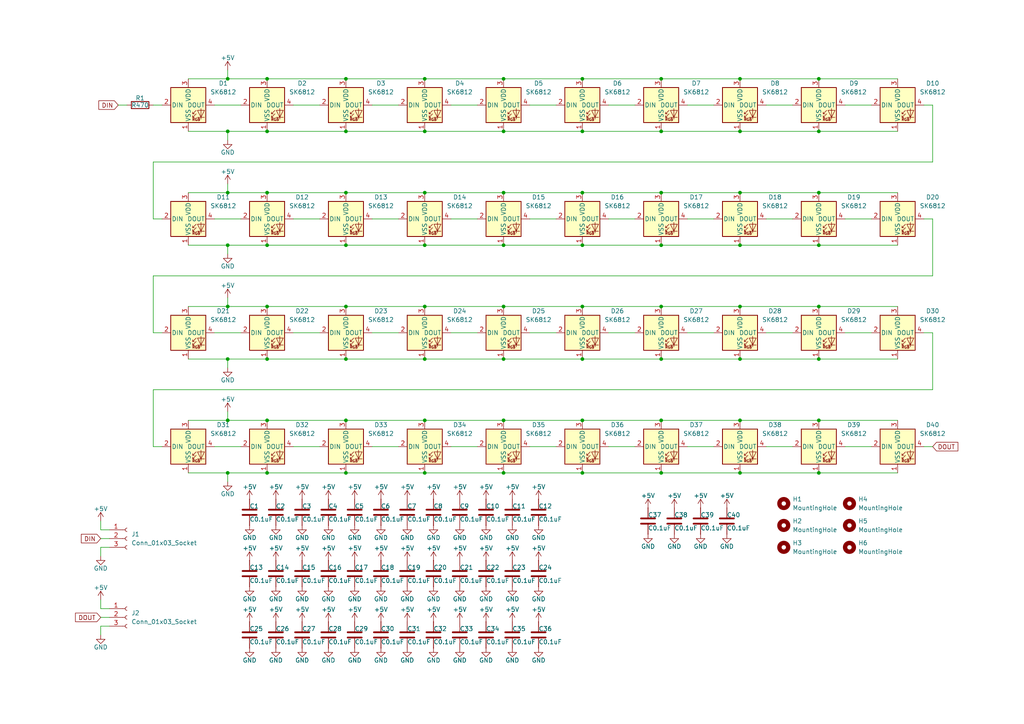
<source format=kicad_sch>
(kicad_sch (version 20250114) (generator "eeschema") (generator_version "9.0")
  (paper "A4")
  (junction (at 237.49 104.14))
  (junction (at 214.63 55.88))
  (junction (at 66.04 88.9))
  (junction (at 168.91 55.88))
  (junction (at 168.91 38.1))
  (junction (at 237.49 38.1))
  (junction (at 123.19 88.9))
  (junction (at 168.91 137.16))
  (junction (at 66.04 71.12))
  (junction (at 100.33 22.86))
  (junction (at 191.77 55.88))
  (junction (at 168.91 71.12))
  (junction (at 146.05 22.86))
  (junction (at 77.47 137.16))
  (junction (at 66.04 22.86))
  (junction (at 191.77 38.1))
  (junction (at 77.47 55.88))
  (junction (at 214.63 38.1))
  (junction (at 123.19 38.1))
  (junction (at 77.47 71.12))
  (junction (at 66.04 137.16))
  (junction (at 77.47 104.14))
  (junction (at 146.05 104.14))
  (junction (at 77.47 88.9))
  (junction (at 237.49 121.92))
  (junction (at 146.05 71.12))
  (junction (at 214.63 137.16))
  (junction (at 237.49 71.12))
  (junction (at 214.63 22.86))
  (junction (at 191.77 137.16))
  (junction (at 100.33 38.1))
  (junction (at 168.91 22.86))
  (junction (at 123.19 55.88))
  (junction (at 77.47 22.86))
  (junction (at 100.33 71.12))
  (junction (at 77.47 121.92))
  (junction (at 66.04 104.14))
  (junction (at 146.05 137.16))
  (junction (at 214.63 88.9))
  (junction (at 191.77 22.86))
  (junction (at 66.04 121.92))
  (junction (at 100.33 55.88))
  (junction (at 100.33 137.16))
  (junction (at 191.77 121.92))
  (junction (at 146.05 38.1))
  (junction (at 100.33 121.92))
  (junction (at 168.91 88.9))
  (junction (at 214.63 71.12))
  (junction (at 237.49 137.16))
  (junction (at 191.77 71.12))
  (junction (at 146.05 88.9))
  (junction (at 123.19 121.92))
  (junction (at 123.19 22.86))
  (junction (at 66.04 38.1))
  (junction (at 168.91 121.92))
  (junction (at 66.04 55.88))
  (junction (at 214.63 104.14))
  (junction (at 237.49 55.88))
  (junction (at 237.49 88.9))
  (junction (at 123.19 137.16))
  (junction (at 214.63 121.92))
  (junction (at 77.47 38.1))
  (junction (at 123.19 104.14))
  (junction (at 191.77 88.9))
  (junction (at 146.05 121.92))
  (junction (at 123.19 71.12))
  (junction (at 237.49 22.86))
  (junction (at 100.33 88.9))
  (junction (at 191.77 104.14))
  (junction (at 100.33 104.14))
  (junction (at 146.05 55.88))
  (junction (at 168.91 104.14))
  (wire (pts (xy 123.19 22.86) (xy 146.05 22.86)))
  (wire (pts (xy 214.63 55.88) (xy 237.49 55.88)))
  (wire (pts (xy 130.81 96.52) (xy 138.43 96.52)))
  (wire (pts (xy 123.19 137.16) (xy 146.05 137.16)))
  (wire (pts (xy 270.51 63.5) (xy 270.51 80.01)))
  (wire (pts (xy 85.09 63.5) (xy 92.71 63.5)))
  (wire (pts (xy 29.21 181.61) (xy 31.75 181.61)))
  (wire (pts (xy 191.77 104.14) (xy 214.63 104.14)))
  (wire (pts (xy 29.21 179.07) (xy 31.75 179.07)))
  (wire (pts (xy 66.04 22.86) (xy 77.47 22.86)))
  (wire (pts (xy 66.04 119.38) (xy 66.04 121.92)))
  (wire (pts (xy 214.63 71.12) (xy 237.49 71.12)))
  (wire (pts (xy 44.45 113.03) (xy 44.45 129.54)))
  (wire (pts (xy 77.47 104.14) (xy 100.33 104.14)))
  (wire (pts (xy 77.47 22.86) (xy 100.33 22.86)))
  (wire (pts (xy 77.47 55.88) (xy 100.33 55.88)))
  (wire (pts (xy 245.11 129.54) (xy 252.73 129.54)))
  (wire (pts (xy 146.05 22.86) (xy 168.91 22.86)))
  (wire (pts (xy 245.11 30.48) (xy 252.73 30.48)))
  (wire (pts (xy 214.63 88.9) (xy 237.49 88.9)))
  (wire (pts (xy 100.33 38.1) (xy 123.19 38.1)))
  (wire (pts (xy 260.35 121.92) (xy 237.49 121.92)))
  (wire (pts (xy 66.04 20.32) (xy 66.04 22.86)))
  (wire (pts (xy 130.81 30.48) (xy 138.43 30.48)))
  (wire (pts (xy 123.19 121.92) (xy 146.05 121.92)))
  (wire (pts (xy 146.05 104.14) (xy 168.91 104.14)))
  (wire (pts (xy 176.53 30.48) (xy 184.15 30.48)))
  (wire (pts (xy 29.21 173.99) (xy 29.21 176.53)))
  (wire (pts (xy 85.09 30.48) (xy 92.71 30.48)))
  (wire (pts (xy 237.49 88.9) (xy 260.35 88.9)))
  (wire (pts (xy 214.63 22.86) (xy 237.49 22.86)))
  (wire (pts (xy 270.51 30.48) (xy 270.51 46.99)))
  (wire (pts (xy 199.39 96.52) (xy 207.01 96.52)))
  (wire (pts (xy 85.09 129.54) (xy 92.71 129.54)))
  (wire (pts (xy 123.19 88.9) (xy 146.05 88.9)))
  (wire (pts (xy 44.45 46.99) (xy 44.45 63.5)))
  (wire (pts (xy 214.63 104.14) (xy 237.49 104.14)))
  (wire (pts (xy 77.47 38.1) (xy 100.33 38.1)))
  (wire (pts (xy 191.77 137.16) (xy 168.91 137.16)))
  (wire (pts (xy 222.25 129.54) (xy 229.87 129.54)))
  (wire (pts (xy 222.25 96.52) (xy 229.87 96.52)))
  (wire (pts (xy 267.97 96.52) (xy 270.51 96.52)))
  (wire (pts (xy 44.45 129.54) (xy 46.99 129.54)))
  (wire (pts (xy 168.91 22.86) (xy 191.77 22.86)))
  (wire (pts (xy 54.61 55.88) (xy 66.04 55.88)))
  (wire (pts (xy 100.33 88.9) (xy 123.19 88.9)))
  (wire (pts (xy 153.67 30.48) (xy 161.29 30.48)))
  (wire (pts (xy 153.67 96.52) (xy 161.29 96.52)))
  (wire (pts (xy 237.49 121.92) (xy 214.63 121.92)))
  (wire (pts (xy 62.23 30.48) (xy 69.85 30.48)))
  (wire (pts (xy 66.04 38.1) (xy 66.04 40.64)))
  (wire (pts (xy 146.05 71.12) (xy 168.91 71.12)))
  (wire (pts (xy 168.91 104.14) (xy 191.77 104.14)))
  (wire (pts (xy 100.33 121.92) (xy 123.19 121.92)))
  (wire (pts (xy 123.19 71.12) (xy 146.05 71.12)))
  (wire (pts (xy 168.91 137.16) (xy 146.05 137.16)))
  (wire (pts (xy 176.53 129.54) (xy 184.15 129.54)))
  (wire (pts (xy 123.19 55.88) (xy 146.05 55.88)))
  (wire (pts (xy 107.95 63.5) (xy 115.57 63.5)))
  (wire (pts (xy 176.53 96.52) (xy 184.15 96.52)))
  (wire (pts (xy 237.49 55.88) (xy 260.35 55.88)))
  (wire (pts (xy 237.49 38.1) (xy 260.35 38.1)))
  (wire (pts (xy 66.04 137.16) (xy 66.04 139.7)))
  (wire (pts (xy 191.77 71.12) (xy 214.63 71.12)))
  (wire (pts (xy 107.95 129.54) (xy 115.57 129.54)))
  (wire (pts (xy 54.61 121.92) (xy 66.04 121.92)))
  (wire (pts (xy 29.21 151.13) (xy 29.21 153.67)))
  (wire (pts (xy 77.47 71.12) (xy 100.33 71.12)))
  (wire (pts (xy 66.04 71.12) (xy 77.47 71.12)))
  (wire (pts (xy 85.09 96.52) (xy 92.71 96.52)))
  (wire (pts (xy 191.77 88.9) (xy 214.63 88.9)))
  (wire (pts (xy 29.21 158.75) (xy 31.75 158.75)))
  (wire (pts (xy 54.61 22.86) (xy 66.04 22.86)))
  (wire (pts (xy 270.51 80.01) (xy 44.45 80.01)))
  (wire (pts (xy 146.05 88.9) (xy 168.91 88.9)))
  (wire (pts (xy 270.51 30.48) (xy 267.97 30.48)))
  (wire (pts (xy 130.81 63.5) (xy 138.43 63.5)))
  (wire (pts (xy 123.19 38.1) (xy 146.05 38.1)))
  (wire (pts (xy 237.49 104.14) (xy 260.35 104.14)))
  (wire (pts (xy 168.91 55.88) (xy 191.77 55.88)))
  (wire (pts (xy 100.33 22.86) (xy 123.19 22.86)))
  (wire (pts (xy 270.51 46.99) (xy 44.45 46.99)))
  (wire (pts (xy 214.63 38.1) (xy 237.49 38.1)))
  (wire (pts (xy 66.04 53.34) (xy 66.04 55.88)))
  (wire (pts (xy 214.63 137.16) (xy 191.77 137.16)))
  (wire (pts (xy 66.04 55.88) (xy 77.47 55.88)))
  (wire (pts (xy 62.23 96.52) (xy 69.85 96.52)))
  (wire (pts (xy 54.61 88.9) (xy 66.04 88.9)))
  (wire (pts (xy 44.45 80.01) (xy 44.45 96.52)))
  (wire (pts (xy 191.77 38.1) (xy 214.63 38.1)))
  (wire (pts (xy 34.29 30.48) (xy 36.83 30.48)))
  (wire (pts (xy 270.51 113.03) (xy 44.45 113.03)))
  (wire (pts (xy 245.11 96.52) (xy 252.73 96.52)))
  (wire (pts (xy 153.67 63.5) (xy 161.29 63.5)))
  (wire (pts (xy 237.49 22.86) (xy 260.35 22.86)))
  (wire (pts (xy 222.25 30.48) (xy 229.87 30.48)))
  (wire (pts (xy 100.33 71.12) (xy 123.19 71.12)))
  (wire (pts (xy 100.33 55.88) (xy 123.19 55.88)))
  (wire (pts (xy 176.53 63.5) (xy 184.15 63.5)))
  (wire (pts (xy 199.39 63.5) (xy 207.01 63.5)))
  (wire (pts (xy 66.04 38.1) (xy 77.47 38.1)))
  (wire (pts (xy 66.04 71.12) (xy 66.04 73.66)))
  (wire (pts (xy 199.39 129.54) (xy 207.01 129.54)))
  (wire (pts (xy 44.45 63.5) (xy 46.99 63.5)))
  (wire (pts (xy 191.77 22.86) (xy 214.63 22.86)))
  (wire (pts (xy 100.33 137.16) (xy 123.19 137.16)))
  (wire (pts (xy 62.23 63.5) (xy 69.85 63.5)))
  (wire (pts (xy 66.04 86.36) (xy 66.04 88.9)))
  (wire (pts (xy 199.39 30.48) (xy 207.01 30.48)))
  (wire (pts (xy 237.49 137.16) (xy 214.63 137.16)))
  (wire (pts (xy 66.04 104.14) (xy 66.04 106.68)))
  (wire (pts (xy 191.77 121.92) (xy 168.91 121.92)))
  (wire (pts (xy 107.95 30.48) (xy 115.57 30.48)))
  (wire (pts (xy 168.91 38.1) (xy 191.77 38.1)))
  (wire (pts (xy 270.51 96.52) (xy 270.51 113.03)))
  (wire (pts (xy 66.04 121.92) (xy 77.47 121.92)))
  (wire (pts (xy 214.63 121.92) (xy 191.77 121.92)))
  (wire (pts (xy 123.19 104.14) (xy 146.05 104.14)))
  (wire (pts (xy 237.49 71.12) (xy 260.35 71.12)))
  (wire (pts (xy 29.21 153.67) (xy 31.75 153.67)))
  (wire (pts (xy 66.04 71.12) (xy 54.61 71.12)))
  (wire (pts (xy 29.21 158.75) (xy 29.21 161.29)))
  (wire (pts (xy 77.47 121.92) (xy 100.33 121.92)))
  (wire (pts (xy 153.67 129.54) (xy 161.29 129.54)))
  (wire (pts (xy 222.25 63.5) (xy 229.87 63.5)))
  (wire (pts (xy 77.47 137.16) (xy 100.33 137.16)))
  (wire (pts (xy 191.77 55.88) (xy 214.63 55.88)))
  (wire (pts (xy 267.97 63.5) (xy 270.51 63.5)))
  (wire (pts (xy 77.47 88.9) (xy 100.33 88.9)))
  (wire (pts (xy 168.91 88.9) (xy 191.77 88.9)))
  (wire (pts (xy 168.91 121.92) (xy 146.05 121.92)))
  (wire (pts (xy 66.04 88.9) (xy 77.47 88.9)))
  (wire (pts (xy 168.91 71.12) (xy 191.77 71.12)))
  (wire (pts (xy 66.04 137.16) (xy 77.47 137.16)))
  (wire (pts (xy 146.05 38.1) (xy 168.91 38.1)))
  (wire (pts (xy 66.04 104.14) (xy 77.47 104.14)))
  (wire (pts (xy 237.49 137.16) (xy 260.35 137.16)))
  (wire (pts (xy 44.45 96.52) (xy 46.99 96.52)))
  (wire (pts (xy 146.05 55.88) (xy 168.91 55.88)))
  (wire (pts (xy 44.45 30.48) (xy 46.99 30.48)))
  (wire (pts (xy 100.33 104.14) (xy 123.19 104.14)))
  (wire (pts (xy 29.21 156.21) (xy 31.75 156.21)))
  (wire (pts (xy 66.04 137.16) (xy 54.61 137.16)))
  (wire (pts (xy 270.51 129.54) (xy 267.97 129.54)))
  (wire (pts (xy 66.04 38.1) (xy 54.61 38.1)))
  (wire (pts (xy 130.81 129.54) (xy 138.43 129.54)))
  (wire (pts (xy 245.11 63.5) (xy 252.73 63.5)))
  (wire (pts (xy 62.23 129.54) (xy 69.85 129.54)))
  (wire (pts (xy 107.95 96.52) (xy 115.57 96.52)))
  (wire (pts (xy 29.21 181.61) (xy 29.21 184.15)))
  (wire (pts (xy 66.04 104.14) (xy 54.61 104.14)))
  (wire (pts (xy 29.21 176.53) (xy 31.75 176.53)))
  (global_label "DIN" (shape input) (at 29.21 156.21 180) (property "Intersheetrefs" "${INTERSHEET_REFS}" (effects (hide yes))))
  (global_label "DOUT" (shape input) (at 270.51 129.54 0) (property "Intersheetrefs" "${INTERSHEET_REFS}" (effects (hide yes))))
  (global_label "DOUT" (shape input) (at 29.21 179.07 180) (property "Intersheetrefs" "${INTERSHEET_REFS}" (effects (hide yes))))
  (global_label "DIN" (shape input) (at 34.29 30.48 180) (property "Intersheetrefs" "${INTERSHEET_REFS}" (effects (hide yes))))
  (symbol (lib_id "power:GND") (at 148.59 187.96 0) (unit 1)
    (property "Reference" "#PWR078" (effects (hide yes)))
    (property "Value" "GND" (at 148.59 191.516 0))
    (property "Description" "Power symbol creates a global label with name \"GND\" , ground" (effects (hide yes)))
  )
  (symbol (lib_id "LED:SK6812") (at 77.47 63.5 0) (unit 1)
    (property "Reference" "D12" (at 87.63 57.1814 0))
    (property "Value" "SK6812" (at 87.63 59.7214 0))
    (property "Footprint" "LED_SMD:LED_SK6812_PLCC4_5.0x5.0mm_P3.2mm" (effects (hide yes)))
    (property "Datasheet" "https://cdn-shop.adafruit.com/product-files/1138/SK6812+LED+datasheet+.pdf" (effects (hide yes)))
    (property "Description" "RGB LED with integrated controller" (effects (hide yes)))
  )
  (symbol (lib_id "Mechanical:MountingHole") (at 227.33 152.4 0) (unit 1) (exclude_from_sim yes) (in_bom no)
    (property "Reference" "H2" (at 229.87 151.1299 0) (effects (justify left)))
    (property "Value" "MountingHole" (at 229.87 153.6699 0) (effects (justify left)))
    (property "Footprint" "MountingHole:MountingHole_3.2mm_M3_DIN965_Pad" (effects (hide yes)))
    (property "Description" "Mounting Hole without connection" (effects (hide yes)))
  )
  (symbol (lib_id "power:GND") (at 140.97 170.18 0) (unit 1)
    (property "Reference" "#PWR052" (effects (hide yes)))
    (property "Value" "GND" (at 140.97 173.736 0))
    (property "Description" "Power symbol creates a global label with name \"GND\" , ground" (effects (hide yes)))
  )
  (symbol (lib_id "Device:C") (at 210.82 151.13 0) (unit 1)
    (property "Reference" "C40" (at 210.82 149.352 0) (effects (justify left)))
    (property "Value" "C0.1uF" (at 210.82 153.162 0) (effects (justify left)))
    (property "Footprint" "Capacitor_SMD:C_0603_1608Metric" (effects (hide yes)))
    (property "Description" "Unpolarized capacitor" (effects (hide yes)))
  )
  (symbol (lib_id "power:+5V") (at 148.59 180.34 0) (unit 1)
    (property "Reference" "#PWR077" (effects (hide yes)))
    (property "Value" "+5V" (at 148.59 176.784 0))
    (property "Description" "Power symbol creates a global label with name \"+5V\"" (effects (hide yes)))
  )
  (symbol (lib_id "LED:SK6812") (at 260.35 96.52 0) (unit 1)
    (property "Reference" "D30" (at 270.51 90.2014 0))
    (property "Value" "SK6812" (at 270.51 92.7414 0))
    (property "Footprint" "LED_SMD:LED_SK6812_PLCC4_5.0x5.0mm_P3.2mm" (effects (hide yes)))
    (property "Datasheet" "https://cdn-shop.adafruit.com/product-files/1138/SK6812+LED+datasheet+.pdf" (effects (hide yes)))
    (property "Description" "RGB LED with integrated controller" (effects (hide yes)))
  )
  (symbol (lib_id "Device:C") (at 102.87 148.59 0) (unit 1)
    (property "Reference" "C5" (at 102.87 146.812 0) (effects (justify left)))
    (property "Value" "C0.1uF" (at 102.87 150.622 0) (effects (justify left)))
    (property "Footprint" "Capacitor_SMD:C_0603_1608Metric" (effects (hide yes)))
    (property "Description" "Unpolarized capacitor" (effects (hide yes)))
  )
  (symbol (lib_id "power:+5V") (at 110.49 180.34 0) (unit 1)
    (property "Reference" "#PWR067" (effects (hide yes)))
    (property "Value" "+5V" (at 110.49 176.784 0))
    (property "Description" "Power symbol creates a global label with name \"+5V\"" (effects (hide yes)))
  )
  (symbol (lib_id "LED:SK6812") (at 191.77 30.48 0) (unit 1)
    (property "Reference" "D7" (at 201.93 24.1614 0))
    (property "Value" "SK6812" (at 201.93 26.7014 0))
    (property "Footprint" "LED_SMD:LED_SK6812_PLCC4_5.0x5.0mm_P3.2mm" (effects (hide yes)))
    (property "Datasheet" "https://cdn-shop.adafruit.com/product-files/1138/SK6812+LED+datasheet+.pdf" (effects (hide yes)))
    (property "Description" "RGB LED with integrated controller" (effects (hide yes)))
  )
  (symbol (lib_id "LED:SK6812") (at 237.49 63.5 0) (unit 1)
    (property "Reference" "D19" (at 247.65 57.1814 0))
    (property "Value" "SK6812" (at 247.65 59.7214 0))
    (property "Footprint" "LED_SMD:LED_SK6812_PLCC4_5.0x5.0mm_P3.2mm" (effects (hide yes)))
    (property "Datasheet" "https://cdn-shop.adafruit.com/product-files/1138/SK6812+LED+datasheet+.pdf" (effects (hide yes)))
    (property "Description" "RGB LED with integrated controller" (effects (hide yes)))
  )
  (symbol (lib_id "power:+5V") (at 133.35 180.34 0) (unit 1)
    (property "Reference" "#PWR073" (effects (hide yes)))
    (property "Value" "+5V" (at 133.35 176.784 0))
    (property "Description" "Power symbol creates a global label with name \"+5V\"" (effects (hide yes)))
  )
  (symbol (lib_id "power:+5V") (at 133.35 144.78 0) (unit 1)
    (property "Reference" "#PWR025" (effects (hide yes)))
    (property "Value" "+5V" (at 133.35 141.224 0))
    (property "Description" "Power symbol creates a global label with name \"+5V\"" (effects (hide yes)))
  )
  (symbol (lib_id "power:+5V") (at 125.73 144.78 0) (unit 1)
    (property "Reference" "#PWR023" (effects (hide yes)))
    (property "Value" "+5V" (at 125.73 141.224 0))
    (property "Description" "Power symbol creates a global label with name \"+5V\"" (effects (hide yes)))
  )
  (symbol (lib_id "Device:C") (at 95.25 166.37 0) (unit 1)
    (property "Reference" "C16" (at 95.25 164.592 0) (effects (justify left)))
    (property "Value" "C0.1uF" (at 95.25 168.402 0) (effects (justify left)))
    (property "Footprint" "Capacitor_SMD:C_0603_1608Metric" (effects (hide yes)))
    (property "Description" "Unpolarized capacitor" (effects (hide yes)))
  )
  (symbol (lib_id "Device:C") (at 148.59 148.59 0) (unit 1)
    (property "Reference" "C11" (at 148.59 146.812 0) (effects (justify left)))
    (property "Value" "C0.1uF" (at 148.59 150.622 0) (effects (justify left)))
    (property "Footprint" "Capacitor_SMD:C_0603_1608Metric" (effects (hide yes)))
    (property "Description" "Unpolarized capacitor" (effects (hide yes)))
  )
  (symbol (lib_id "power:GND") (at 72.39 187.96 0) (unit 1)
    (property "Reference" "#PWR058" (effects (hide yes)))
    (property "Value" "GND" (at 72.39 191.516 0))
    (property "Description" "Power symbol creates a global label with name \"GND\" , ground" (effects (hide yes)))
  )
  (symbol (lib_id "Device:R") (at 40.64 30.48 90) (unit 1)
    (property "Reference" "R1" (at 40.64 28.448 90))
    (property "Value" "R470" (at 40.64 30.48 90))
    (property "Footprint" "Resistor_SMD:R_0603_1608Metric" (effects (hide yes)))
    (property "Description" "Resistor" (effects (hide yes)))
  )
  (symbol (lib_id "Device:C") (at 140.97 166.37 0) (unit 1)
    (property "Reference" "C22" (at 140.97 164.592 0) (effects (justify left)))
    (property "Value" "C0.1uF" (at 140.97 168.402 0) (effects (justify left)))
    (property "Footprint" "Capacitor_SMD:C_0603_1608Metric" (effects (hide yes)))
    (property "Description" "Unpolarized capacitor" (effects (hide yes)))
  )
  (symbol (lib_id "power:GND") (at 110.49 152.4 0) (unit 1)
    (property "Reference" "#PWR020" (effects (hide yes)))
    (property "Value" "GND" (at 110.49 155.956 0))
    (property "Description" "Power symbol creates a global label with name \"GND\" , ground" (effects (hide yes)))
  )
  (symbol (lib_id "Device:C") (at 72.39 148.59 0) (unit 1)
    (property "Reference" "C1" (at 72.39 146.812 0) (effects (justify left)))
    (property "Value" "C0.1uF" (at 72.39 150.622 0) (effects (justify left)))
    (property "Footprint" "Capacitor_SMD:C_0603_1608Metric" (effects (hide yes)))
    (property "Description" "Unpolarized capacitor" (effects (hide yes)))
  )
  (symbol (lib_id "power:GND") (at 72.39 170.18 0) (unit 1)
    (property "Reference" "#PWR034" (effects (hide yes)))
    (property "Value" "GND" (at 72.39 173.736 0))
    (property "Description" "Power symbol creates a global label with name \"GND\" , ground" (effects (hide yes)))
  )
  (symbol (lib_id "Device:C") (at 133.35 148.59 0) (unit 1)
    (property "Reference" "C9" (at 133.35 146.812 0) (effects (justify left)))
    (property "Value" "C0.1uF" (at 133.35 150.622 0) (effects (justify left)))
    (property "Footprint" "Capacitor_SMD:C_0603_1608Metric" (effects (hide yes)))
    (property "Description" "Unpolarized capacitor" (effects (hide yes)))
  )
  (symbol (lib_id "Device:C") (at 195.58 151.13 0) (unit 1)
    (property "Reference" "C38" (at 195.58 149.352 0) (effects (justify left)))
    (property "Value" "C0.1uF" (at 195.58 153.162 0) (effects (justify left)))
    (property "Footprint" "Capacitor_SMD:C_0603_1608Metric" (effects (hide yes)))
    (property "Description" "Unpolarized capacitor" (effects (hide yes)))
  )
  (symbol (lib_id "power:+5V") (at 195.58 147.32 0) (unit 1)
    (property "Reference" "#PWR087" (effects (hide yes)))
    (property "Value" "+5V" (at 195.58 143.764 0))
    (property "Description" "Power symbol creates a global label with name \"+5V\"" (effects (hide yes)))
  )
  (symbol (lib_id "power:GND") (at 95.25 170.18 0) (unit 1)
    (property "Reference" "#PWR040" (effects (hide yes)))
    (property "Value" "GND" (at 95.25 173.736 0))
    (property "Description" "Power symbol creates a global label with name \"GND\" , ground" (effects (hide yes)))
  )
  (symbol (lib_id "power:+5V") (at 187.96 147.32 0) (unit 1)
    (property "Reference" "#PWR085" (effects (hide yes)))
    (property "Value" "+5V" (at 187.96 143.764 0))
    (property "Description" "Power symbol creates a global label with name \"+5V\"" (effects (hide yes)))
  )
  (symbol (lib_id "LED:SK6812") (at 54.61 30.48 0) (unit 1)
    (property "Reference" "D1" (at 64.77 24.1614 0))
    (property "Value" "SK6812" (at 64.77 26.7014 0))
    (property "Footprint" "LED_SMD:LED_SK6812_PLCC4_5.0x5.0mm_P3.2mm" (effects (hide yes)))
    (property "Datasheet" "https://cdn-shop.adafruit.com/product-files/1138/SK6812+LED+datasheet+.pdf" (effects (hide yes)))
    (property "Description" "RGB LED with integrated controller" (effects (hide yes)))
  )
  (symbol (lib_id "power:+5V") (at 66.04 53.34 0) (unit 1)
    (property "Reference" "#PWR06" (effects (hide yes)))
    (property "Value" "+5V" (at 66.04 49.784 0))
    (property "Description" "Power symbol creates a global label with name \"+5V\"" (effects (hide yes)))
  )
  (symbol (lib_id "power:GND") (at 72.39 152.4 0) (unit 1)
    (property "Reference" "#PWR09" (effects (hide yes)))
    (property "Value" "GND" (at 72.39 155.956 0))
    (property "Description" "Power symbol creates a global label with name \"GND\" , ground" (effects (hide yes)))
  )
  (symbol (lib_id "Device:C") (at 125.73 184.15 0) (unit 1)
    (property "Reference" "C32" (at 125.73 182.372 0) (effects (justify left)))
    (property "Value" "C0.1uF" (at 125.73 186.182 0) (effects (justify left)))
    (property "Footprint" "Capacitor_SMD:C_0603_1608Metric" (effects (hide yes)))
    (property "Description" "Unpolarized capacitor" (effects (hide yes)))
  )
  (symbol (lib_id "power:+5V") (at 102.87 144.78 0) (unit 1)
    (property "Reference" "#PWR017" (effects (hide yes)))
    (property "Value" "+5V" (at 102.87 141.224 0))
    (property "Description" "Power symbol creates a global label with name \"+5V\"" (effects (hide yes)))
  )
  (symbol (lib_id "Device:C") (at 110.49 148.59 0) (unit 1)
    (property "Reference" "C6" (at 110.49 146.812 0) (effects (justify left)))
    (property "Value" "C0.1uF" (at 110.49 150.622 0) (effects (justify left)))
    (property "Footprint" "Capacitor_SMD:C_0603_1608Metric" (effects (hide yes)))
    (property "Description" "Unpolarized capacitor" (effects (hide yes)))
  )
  (symbol (lib_id "power:+5V") (at 95.25 180.34 0) (unit 1)
    (property "Reference" "#PWR063" (effects (hide yes)))
    (property "Value" "+5V" (at 95.25 176.784 0))
    (property "Description" "Power symbol creates a global label with name \"+5V\"" (effects (hide yes)))
  )
  (symbol (lib_id "Device:C") (at 156.21 166.37 0) (unit 1)
    (property "Reference" "C24" (at 156.21 164.592 0) (effects (justify left)))
    (property "Value" "C0.1uF" (at 156.21 168.402 0) (effects (justify left)))
    (property "Footprint" "Capacitor_SMD:C_0603_1608Metric" (effects (hide yes)))
    (property "Description" "Unpolarized capacitor" (effects (hide yes)))
  )
  (symbol (lib_id "power:GND") (at 118.11 152.4 0) (unit 1)
    (property "Reference" "#PWR022" (effects (hide yes)))
    (property "Value" "GND" (at 118.11 155.956 0))
    (property "Description" "Power symbol creates a global label with name \"GND\" , ground" (effects (hide yes)))
  )
  (symbol (lib_id "power:+5V") (at 66.04 86.36 0) (unit 1)
    (property "Reference" "#PWR07" (effects (hide yes)))
    (property "Value" "+5V" (at 66.04 82.804 0))
    (property "Description" "Power symbol creates a global label with name \"+5V\"" (effects (hide yes)))
  )
  (symbol (lib_id "Device:C") (at 140.97 184.15 0) (unit 1)
    (property "Reference" "C34" (at 140.97 182.372 0) (effects (justify left)))
    (property "Value" "C0.1uF" (at 140.97 186.182 0) (effects (justify left)))
    (property "Footprint" "Capacitor_SMD:C_0603_1608Metric" (effects (hide yes)))
    (property "Description" "Unpolarized capacitor" (effects (hide yes)))
  )
  (symbol (lib_id "power:GND") (at 125.73 152.4 0) (unit 1)
    (property "Reference" "#PWR024" (effects (hide yes)))
    (property "Value" "GND" (at 125.73 155.956 0))
    (property "Description" "Power symbol creates a global label with name \"GND\" , ground" (effects (hide yes)))
  )
  (symbol (lib_id "LED:SK6812") (at 168.91 96.52 0) (unit 1)
    (property "Reference" "D26" (at 179.07 90.2014 0))
    (property "Value" "SK6812" (at 179.07 92.7414 0))
    (property "Footprint" "LED_SMD:LED_SK6812_PLCC4_5.0x5.0mm_P3.2mm" (effects (hide yes)))
    (property "Datasheet" "https://cdn-shop.adafruit.com/product-files/1138/SK6812+LED+datasheet+.pdf" (effects (hide yes)))
    (property "Description" "RGB LED with integrated controller" (effects (hide yes)))
  )
  (symbol (lib_id "LED:SK6812") (at 100.33 63.5 0) (unit 1)
    (property "Reference" "D13" (at 110.49 57.1814 0))
    (property "Value" "SK6812" (at 110.49 59.7214 0))
    (property "Footprint" "LED_SMD:LED_SK6812_PLCC4_5.0x5.0mm_P3.2mm" (effects (hide yes)))
    (property "Datasheet" "https://cdn-shop.adafruit.com/product-files/1138/SK6812+LED+datasheet+.pdf" (effects (hide yes)))
    (property "Description" "RGB LED with integrated controller" (effects (hide yes)))
  )
  (symbol (lib_id "power:GND") (at 87.63 187.96 0) (unit 1)
    (property "Reference" "#PWR062" (effects (hide yes)))
    (property "Value" "GND" (at 87.63 191.516 0))
    (property "Description" "Power symbol creates a global label with name \"GND\" , ground" (effects (hide yes)))
  )
  (symbol (lib_id "Device:C") (at 156.21 148.59 0) (unit 1)
    (property "Reference" "C12" (at 156.21 146.812 0) (effects (justify left)))
    (property "Value" "C0.1uF" (at 156.21 150.622 0) (effects (justify left)))
    (property "Footprint" "Capacitor_SMD:C_0603_1608Metric" (effects (hide yes)))
    (property "Description" "Unpolarized capacitor" (effects (hide yes)))
  )
  (symbol (lib_id "power:GND") (at 110.49 187.96 0) (unit 1)
    (property "Reference" "#PWR068" (effects (hide yes)))
    (property "Value" "GND" (at 110.49 191.516 0))
    (property "Description" "Power symbol creates a global label with name \"GND\" , ground" (effects (hide yes)))
  )
  (symbol (lib_id "Device:C") (at 156.21 184.15 0) (unit 1)
    (property "Reference" "C36" (at 156.21 182.372 0) (effects (justify left)))
    (property "Value" "C0.1uF" (at 156.21 186.182 0) (effects (justify left)))
    (property "Footprint" "Capacitor_SMD:C_0603_1608Metric" (effects (hide yes)))
    (property "Description" "Unpolarized capacitor" (effects (hide yes)))
  )
  (symbol (lib_id "power:GND") (at 66.04 73.66 0) (unit 1)
    (property "Reference" "#PWR02" (effects (hide yes)))
    (property "Value" "GND" (at 66.04 77.216 0))
    (property "Description" "Power symbol creates a global label with name \"GND\" , ground" (effects (hide yes)))
  )
  (symbol (lib_id "power:GND") (at 210.82 154.94 0) (unit 1)
    (property "Reference" "#PWR092" (effects (hide yes)))
    (property "Value" "GND" (at 210.82 158.496 0))
    (property "Description" "Power symbol creates a global label with name \"GND\" , ground" (effects (hide yes)))
  )
  (symbol (lib_id "power:GND") (at 156.21 187.96 0) (unit 1)
    (property "Reference" "#PWR080" (effects (hide yes)))
    (property "Value" "GND" (at 156.21 191.516 0))
    (property "Description" "Power symbol creates a global label with name \"GND\" , ground" (effects (hide yes)))
  )
  (symbol (lib_id "Device:C") (at 110.49 166.37 0) (unit 1)
    (property "Reference" "C18" (at 110.49 164.592 0) (effects (justify left)))
    (property "Value" "C0.1uF" (at 110.49 168.402 0) (effects (justify left)))
    (property "Footprint" "Capacitor_SMD:C_0603_1608Metric" (effects (hide yes)))
    (property "Description" "Unpolarized capacitor" (effects (hide yes)))
  )
  (symbol (lib_id "power:+5V") (at 140.97 180.34 0) (unit 1)
    (property "Reference" "#PWR075" (effects (hide yes)))
    (property "Value" "+5V" (at 140.97 176.784 0))
    (property "Description" "Power symbol creates a global label with name \"+5V\"" (effects (hide yes)))
  )
  (symbol (lib_id "Device:C") (at 118.11 184.15 0) (unit 1)
    (property "Reference" "C31" (at 118.11 182.372 0) (effects (justify left)))
    (property "Value" "C0.1uF" (at 118.11 186.182 0) (effects (justify left)))
    (property "Footprint" "Capacitor_SMD:C_0603_1608Metric" (effects (hide yes)))
    (property "Description" "Unpolarized capacitor" (effects (hide yes)))
  )
  (symbol (lib_id "Mechanical:MountingHole") (at 246.38 158.75 0) (unit 1) (exclude_from_sim yes) (in_bom no)
    (property "Reference" "H6" (at 248.92 157.4799 0) (effects (justify left)))
    (property "Value" "MountingHole" (at 248.92 160.0199 0) (effects (justify left)))
    (property "Footprint" "MountingHole:MountingHole_3.2mm_M3_DIN965_Pad" (effects (hide yes)))
    (property "Description" "Mounting Hole without connection" (effects (hide yes)))
  )
  (symbol (lib_id "Device:C") (at 125.73 166.37 0) (unit 1)
    (property "Reference" "C20" (at 125.73 164.592 0) (effects (justify left)))
    (property "Value" "C0.1uF" (at 125.73 168.402 0) (effects (justify left)))
    (property "Footprint" "Capacitor_SMD:C_0603_1608Metric" (effects (hide yes)))
    (property "Description" "Unpolarized capacitor" (effects (hide yes)))
  )
  (symbol (lib_id "power:+5V") (at 95.25 162.56 0) (unit 1)
    (property "Reference" "#PWR039" (effects (hide yes)))
    (property "Value" "+5V" (at 95.25 159.004 0))
    (property "Description" "Power symbol creates a global label with name \"+5V\"" (effects (hide yes)))
  )
  (symbol (lib_id "power:+5V") (at 80.01 180.34 0) (unit 1)
    (property "Reference" "#PWR059" (effects (hide yes)))
    (property "Value" "+5V" (at 80.01 176.784 0))
    (property "Description" "Power symbol creates a global label with name \"+5V\"" (effects (hide yes)))
  )
  (symbol (lib_id "Device:C") (at 87.63 148.59 0) (unit 1)
    (property "Reference" "C3" (at 87.63 146.812 0) (effects (justify left)))
    (property "Value" "C0.1uF" (at 87.63 150.622 0) (effects (justify left)))
    (property "Footprint" "Capacitor_SMD:C_0603_1608Metric" (effects (hide yes)))
    (property "Description" "Unpolarized capacitor" (effects (hide yes)))
  )
  (symbol (lib_id "power:GND") (at 148.59 170.18 0) (unit 1)
    (property "Reference" "#PWR054" (effects (hide yes)))
    (property "Value" "GND" (at 148.59 173.736 0))
    (property "Description" "Power symbol creates a global label with name \"GND\" , ground" (effects (hide yes)))
  )
  (symbol (lib_id "LED:SK6812") (at 191.77 129.54 0) (unit 1)
    (property "Reference" "D37" (at 201.93 123.2214 0))
    (property "Value" "SK6812" (at 201.93 125.7614 0))
    (property "Footprint" "LED_SMD:LED_SK6812_PLCC4_5.0x5.0mm_P3.2mm" (effects (hide yes)))
    (property "Datasheet" "https://cdn-shop.adafruit.com/product-files/1138/SK6812+LED+datasheet+.pdf" (effects (hide yes)))
    (property "Description" "RGB LED with integrated controller" (effects (hide yes)))
  )
  (symbol (lib_id "power:+5V") (at 102.87 162.56 0) (unit 1)
    (property "Reference" "#PWR041" (effects (hide yes)))
    (property "Value" "+5V" (at 102.87 159.004 0))
    (property "Description" "Power symbol creates a global label with name \"+5V\"" (effects (hide yes)))
  )
  (symbol (lib_id "Device:C") (at 80.01 166.37 0) (unit 1)
    (property "Reference" "C14" (at 80.01 164.592 0) (effects (justify left)))
    (property "Value" "C0.1uF" (at 80.01 168.402 0) (effects (justify left)))
    (property "Footprint" "Capacitor_SMD:C_0603_1608Metric" (effects (hide yes)))
    (property "Description" "Unpolarized capacitor" (effects (hide yes)))
  )
  (symbol (lib_id "power:GND") (at 102.87 187.96 0) (unit 1)
    (property "Reference" "#PWR066" (effects (hide yes)))
    (property "Value" "GND" (at 102.87 191.516 0))
    (property "Description" "Power symbol creates a global label with name \"GND\" , ground" (effects (hide yes)))
  )
  (symbol (lib_id "Device:C") (at 95.25 184.15 0) (unit 1)
    (property "Reference" "C28" (at 95.25 182.372 0) (effects (justify left)))
    (property "Value" "C0.1uF" (at 95.25 186.182 0) (effects (justify left)))
    (property "Footprint" "Capacitor_SMD:C_0603_1608Metric" (effects (hide yes)))
    (property "Description" "Unpolarized capacitor" (effects (hide yes)))
  )
  (symbol (lib_id "LED:SK6812") (at 214.63 129.54 0) (unit 1)
    (property "Reference" "D38" (at 224.79 123.2214 0))
    (property "Value" "SK6812" (at 224.79 125.7614 0))
    (property "Footprint" "LED_SMD:LED_SK6812_PLCC4_5.0x5.0mm_P3.2mm" (effects (hide yes)))
    (property "Datasheet" "https://cdn-shop.adafruit.com/product-files/1138/SK6812+LED+datasheet+.pdf" (effects (hide yes)))
    (property "Description" "RGB LED with integrated controller" (effects (hide yes)))
  )
  (symbol (lib_id "power:GND") (at 195.58 154.94 0) (unit 1)
    (property "Reference" "#PWR088" (effects (hide yes)))
    (property "Value" "GND" (at 195.58 158.496 0))
    (property "Description" "Power symbol creates a global label with name \"GND\" , ground" (effects (hide yes)))
  )
  (symbol (lib_id "Device:C") (at 148.59 166.37 0) (unit 1)
    (property "Reference" "C23" (at 148.59 164.592 0) (effects (justify left)))
    (property "Value" "C0.1uF" (at 148.59 168.402 0) (effects (justify left)))
    (property "Footprint" "Capacitor_SMD:C_0603_1608Metric" (effects (hide yes)))
    (property "Description" "Unpolarized capacitor" (effects (hide yes)))
  )
  (symbol (lib_id "LED:SK6812") (at 54.61 63.5 0) (unit 1)
    (property "Reference" "D11" (at 64.77 57.1814 0))
    (property "Value" "SK6812" (at 64.77 59.7214 0))
    (property "Footprint" "LED_SMD:LED_SK6812_PLCC4_5.0x5.0mm_P3.2mm" (effects (hide yes)))
    (property "Datasheet" "https://cdn-shop.adafruit.com/product-files/1138/SK6812+LED+datasheet+.pdf" (effects (hide yes)))
    (property "Description" "RGB LED with integrated controller" (effects (hide yes)))
  )
  (symbol (lib_id "power:+5V") (at 95.25 144.78 0) (unit 1)
    (property "Reference" "#PWR015" (effects (hide yes)))
    (property "Value" "+5V" (at 95.25 141.224 0))
    (property "Description" "Power symbol creates a global label with name \"+5V\"" (effects (hide yes)))
  )
  (symbol (lib_id "LED:SK6812") (at 146.05 30.48 0) (unit 1)
    (property "Reference" "D5" (at 156.21 24.1614 0))
    (property "Value" "SK6812" (at 156.21 26.7014 0))
    (property "Footprint" "LED_SMD:LED_SK6812_PLCC4_5.0x5.0mm_P3.2mm" (effects (hide yes)))
    (property "Datasheet" "https://cdn-shop.adafruit.com/product-files/1138/SK6812+LED+datasheet+.pdf" (effects (hide yes)))
    (property "Description" "RGB LED with integrated controller" (effects (hide yes)))
  )
  (symbol (lib_id "LED:SK6812") (at 100.33 96.52 0) (unit 1)
    (property "Reference" "D23" (at 110.49 90.2014 0))
    (property "Value" "SK6812" (at 110.49 92.7414 0))
    (property "Footprint" "LED_SMD:LED_SK6812_PLCC4_5.0x5.0mm_P3.2mm" (effects (hide yes)))
    (property "Datasheet" "https://cdn-shop.adafruit.com/product-files/1138/SK6812+LED+datasheet+.pdf" (effects (hide yes)))
    (property "Description" "RGB LED with integrated controller" (effects (hide yes)))
  )
  (symbol (lib_id "power:GND") (at 156.21 170.18 0) (unit 1)
    (property "Reference" "#PWR056" (effects (hide yes)))
    (property "Value" "GND" (at 156.21 173.736 0))
    (property "Description" "Power symbol creates a global label with name \"GND\" , ground" (effects (hide yes)))
  )
  (symbol (lib_id "Device:C") (at 203.2 151.13 0) (unit 1)
    (property "Reference" "C39" (at 203.2 149.352 0) (effects (justify left)))
    (property "Value" "C0.1uF" (at 203.2 153.162 0) (effects (justify left)))
    (property "Footprint" "Capacitor_SMD:C_0603_1608Metric" (effects (hide yes)))
    (property "Description" "Unpolarized capacitor" (effects (hide yes)))
  )
  (symbol (lib_id "power:+5V") (at 80.01 144.78 0) (unit 1)
    (property "Reference" "#PWR011" (effects (hide yes)))
    (property "Value" "+5V" (at 80.01 141.224 0))
    (property "Description" "Power symbol creates a global label with name \"+5V\"" (effects (hide yes)))
  )
  (symbol (lib_id "power:+5V") (at 29.21 151.13 0) (unit 1)
    (property "Reference" "#PWR081" (effects (hide yes)))
    (property "Value" "+5V" (at 29.21 147.574 0))
    (property "Description" "Power symbol creates a global label with name \"+5V\"" (effects (hide yes)))
  )
  (symbol (lib_id "LED:SK6812") (at 168.91 129.54 0) (unit 1)
    (property "Reference" "D36" (at 179.07 123.2214 0))
    (property "Value" "SK6812" (at 179.07 125.7614 0))
    (property "Footprint" "LED_SMD:LED_SK6812_PLCC4_5.0x5.0mm_P3.2mm" (effects (hide yes)))
    (property "Datasheet" "https://cdn-shop.adafruit.com/product-files/1138/SK6812+LED+datasheet+.pdf" (effects (hide yes)))
    (property "Description" "RGB LED with integrated controller" (effects (hide yes)))
  )
  (symbol (lib_id "power:GND") (at 148.59 152.4 0) (unit 1)
    (property "Reference" "#PWR030" (effects (hide yes)))
    (property "Value" "GND" (at 148.59 155.956 0))
    (property "Description" "Power symbol creates a global label with name \"GND\" , ground" (effects (hide yes)))
  )
  (symbol (lib_id "LED:SK6812") (at 54.61 129.54 0) (unit 1)
    (property "Reference" "D31" (at 64.77 123.2214 0))
    (property "Value" "SK6812" (at 64.77 125.7614 0))
    (property "Footprint" "LED_SMD:LED_SK6812_PLCC4_5.0x5.0mm_P3.2mm" (effects (hide yes)))
    (property "Datasheet" "https://cdn-shop.adafruit.com/product-files/1138/SK6812+LED+datasheet+.pdf" (effects (hide yes)))
    (property "Description" "RGB LED with integrated controller" (effects (hide yes)))
  )
  (symbol (lib_id "power:+5V") (at 66.04 20.32 0) (unit 1)
    (property "Reference" "#PWR05" (effects (hide yes)))
    (property "Value" "+5V" (at 66.04 16.764 0))
    (property "Description" "Power symbol creates a global label with name \"+5V\"" (effects (hide yes)))
  )
  (symbol (lib_id "Device:C") (at 72.39 184.15 0) (unit 1)
    (property "Reference" "C25" (at 72.39 182.372 0) (effects (justify left)))
    (property "Value" "C0.1uF" (at 72.39 186.182 0) (effects (justify left)))
    (property "Footprint" "Capacitor_SMD:C_0603_1608Metric" (effects (hide yes)))
    (property "Description" "Unpolarized capacitor" (effects (hide yes)))
  )
  (symbol (lib_id "power:GND") (at 102.87 170.18 0) (unit 1)
    (property "Reference" "#PWR042" (effects (hide yes)))
    (property "Value" "GND" (at 102.87 173.736 0))
    (property "Description" "Power symbol creates a global label with name \"GND\" , ground" (effects (hide yes)))
  )
  (symbol (lib_id "power:+5V") (at 118.11 144.78 0) (unit 1)
    (property "Reference" "#PWR021" (effects (hide yes)))
    (property "Value" "+5V" (at 118.11 141.224 0))
    (property "Description" "Power symbol creates a global label with name \"+5V\"" (effects (hide yes)))
  )
  (symbol (lib_id "power:+5V") (at 66.04 119.38 0) (unit 1)
    (property "Reference" "#PWR08" (effects (hide yes)))
    (property "Value" "+5V" (at 66.04 115.824 0))
    (property "Description" "Power symbol creates a global label with name \"+5V\"" (effects (hide yes)))
  )
  (symbol (lib_id "power:+5V") (at 80.01 162.56 0) (unit 1)
    (property "Reference" "#PWR035" (effects (hide yes)))
    (property "Value" "+5V" (at 80.01 159.004 0))
    (property "Description" "Power symbol creates a global label with name \"+5V\"" (effects (hide yes)))
  )
  (symbol (lib_id "Device:C") (at 72.39 166.37 0) (unit 1)
    (property "Reference" "C13" (at 72.39 164.592 0) (effects (justify left)))
    (property "Value" "C0.1uF" (at 72.39 168.402 0) (effects (justify left)))
    (property "Footprint" "Capacitor_SMD:C_0603_1608Metric" (effects (hide yes)))
    (property "Description" "Unpolarized capacitor" (effects (hide yes)))
  )
  (symbol (lib_id "power:+5V") (at 110.49 144.78 0) (unit 1)
    (property "Reference" "#PWR019" (effects (hide yes)))
    (property "Value" "+5V" (at 110.49 141.224 0))
    (property "Description" "Power symbol creates a global label with name \"+5V\"" (effects (hide yes)))
  )
  (symbol (lib_id "LED:SK6812") (at 77.47 96.52 0) (unit 1)
    (property "Reference" "D22" (at 87.63 90.2014 0))
    (property "Value" "SK6812" (at 87.63 92.7414 0))
    (property "Footprint" "LED_SMD:LED_SK6812_PLCC4_5.0x5.0mm_P3.2mm" (effects (hide yes)))
    (property "Datasheet" "https://cdn-shop.adafruit.com/product-files/1138/SK6812+LED+datasheet+.pdf" (effects (hide yes)))
    (property "Description" "RGB LED with integrated controller" (effects (hide yes)))
  )
  (symbol (lib_id "power:+5V") (at 118.11 162.56 0) (unit 1)
    (property "Reference" "#PWR045" (effects (hide yes)))
    (property "Value" "+5V" (at 118.11 159.004 0))
    (property "Description" "Power symbol creates a global label with name \"+5V\"" (effects (hide yes)))
  )
  (symbol (lib_id "power:GND") (at 203.2 154.94 0) (unit 1)
    (property "Reference" "#PWR090" (effects (hide yes)))
    (property "Value" "GND" (at 203.2 158.496 0))
    (property "Description" "Power symbol creates a global label with name \"GND\" , ground" (effects (hide yes)))
  )
  (symbol (lib_id "power:+5V") (at 148.59 144.78 0) (unit 1)
    (property "Reference" "#PWR029" (effects (hide yes)))
    (property "Value" "+5V" (at 148.59 141.224 0))
    (property "Description" "Power symbol creates a global label with name \"+5V\"" (effects (hide yes)))
  )
  (symbol (lib_id "power:+5V") (at 148.59 162.56 0) (unit 1)
    (property "Reference" "#PWR053" (effects (hide yes)))
    (property "Value" "+5V" (at 148.59 159.004 0))
    (property "Description" "Power symbol creates a global label with name \"+5V\"" (effects (hide yes)))
  )
  (symbol (lib_id "LED:SK6812") (at 100.33 30.48 0) (unit 1)
    (property "Reference" "D3" (at 110.49 24.1614 0))
    (property "Value" "SK6812" (at 110.49 26.7014 0))
    (property "Footprint" "LED_SMD:LED_SK6812_PLCC4_5.0x5.0mm_P3.2mm" (effects (hide yes)))
    (property "Datasheet" "https://cdn-shop.adafruit.com/product-files/1138/SK6812+LED+datasheet+.pdf" (effects (hide yes)))
    (property "Description" "RGB LED with integrated controller" (effects (hide yes)))
  )
  (symbol (lib_id "LED:SK6812") (at 191.77 96.52 0) (unit 1)
    (property "Reference" "D27" (at 201.93 90.2014 0))
    (property "Value" "SK6812" (at 201.93 92.7414 0))
    (property "Footprint" "LED_SMD:LED_SK6812_PLCC4_5.0x5.0mm_P3.2mm" (effects (hide yes)))
    (property "Datasheet" "https://cdn-shop.adafruit.com/product-files/1138/SK6812+LED+datasheet+.pdf" (effects (hide yes)))
    (property "Description" "RGB LED with integrated controller" (effects (hide yes)))
  )
  (symbol (lib_id "power:+5V") (at 140.97 162.56 0) (unit 1)
    (property "Reference" "#PWR051" (effects (hide yes)))
    (property "Value" "+5V" (at 140.97 159.004 0))
    (property "Description" "Power symbol creates a global label with name \"+5V\"" (effects (hide yes)))
  )
  (symbol (lib_id "power:GND") (at 156.21 152.4 0) (unit 1)
    (property "Reference" "#PWR032" (effects (hide yes)))
    (property "Value" "GND" (at 156.21 155.956 0))
    (property "Description" "Power symbol creates a global label with name \"GND\" , ground" (effects (hide yes)))
  )
  (symbol (lib_id "LED:SK6812") (at 146.05 63.5 0) (unit 1)
    (property "Reference" "D15" (at 156.21 57.1814 0))
    (property "Value" "SK6812" (at 156.21 59.7214 0))
    (property "Footprint" "LED_SMD:LED_SK6812_PLCC4_5.0x5.0mm_P3.2mm" (effects (hide yes)))
    (property "Datasheet" "https://cdn-shop.adafruit.com/product-files/1138/SK6812+LED+datasheet+.pdf" (effects (hide yes)))
    (property "Description" "RGB LED with integrated controller" (effects (hide yes)))
  )
  (symbol (lib_id "LED:SK6812") (at 168.91 63.5 0) (unit 1)
    (property "Reference" "D16" (at 179.07 57.1814 0))
    (property "Value" "SK6812" (at 179.07 59.7214 0))
    (property "Footprint" "LED_SMD:LED_SK6812_PLCC4_5.0x5.0mm_P3.2mm" (effects (hide yes)))
    (property "Datasheet" "https://cdn-shop.adafruit.com/product-files/1138/SK6812+LED+datasheet+.pdf" (effects (hide yes)))
    (property "Description" "RGB LED with integrated controller" (effects (hide yes)))
  )
  (symbol (lib_id "Mechanical:MountingHole") (at 227.33 158.75 0) (unit 1) (exclude_from_sim yes) (in_bom no)
    (property "Reference" "H3" (at 229.87 157.4799 0) (effects (justify left)))
    (property "Value" "MountingHole" (at 229.87 160.0199 0) (effects (justify left)))
    (property "Footprint" "MountingHole:MountingHole_3.2mm_M3_DIN965_Pad" (effects (hide yes)))
    (property "Description" "Mounting Hole without connection" (effects (hide yes)))
  )
  (symbol (lib_id "power:+5V") (at 125.73 180.34 0) (unit 1)
    (property "Reference" "#PWR071" (effects (hide yes)))
    (property "Value" "+5V" (at 125.73 176.784 0))
    (property "Description" "Power symbol creates a global label with name \"+5V\"" (effects (hide yes)))
  )
  (symbol (lib_id "power:GND") (at 80.01 170.18 0) (unit 1)
    (property "Reference" "#PWR036" (effects (hide yes)))
    (property "Value" "GND" (at 80.01 173.736 0))
    (property "Description" "Power symbol creates a global label with name \"GND\" , ground" (effects (hide yes)))
  )
  (symbol (lib_id "power:GND") (at 140.97 152.4 0) (unit 1)
    (property "Reference" "#PWR028" (effects (hide yes)))
    (property "Value" "GND" (at 140.97 155.956 0))
    (property "Description" "Power symbol creates a global label with name \"GND\" , ground" (effects (hide yes)))
  )
  (symbol (lib_id "power:GND") (at 87.63 152.4 0) (unit 1)
    (property "Reference" "#PWR014" (effects (hide yes)))
    (property "Value" "GND" (at 87.63 155.956 0))
    (property "Description" "Power symbol creates a global label with name \"GND\" , ground" (effects (hide yes)))
  )
  (symbol (lib_id "Device:C") (at 140.97 148.59 0) (unit 1)
    (property "Reference" "C10" (at 140.97 146.812 0) (effects (justify left)))
    (property "Value" "C0.1uF" (at 140.97 150.622 0) (effects (justify left)))
    (property "Footprint" "Capacitor_SMD:C_0603_1608Metric" (effects (hide yes)))
    (property "Description" "Unpolarized capacitor" (effects (hide yes)))
  )
  (symbol (lib_id "power:GND") (at 125.73 170.18 0) (unit 1)
    (property "Reference" "#PWR048" (effects (hide yes)))
    (property "Value" "GND" (at 125.73 173.736 0))
    (property "Description" "Power symbol creates a global label with name \"GND\" , ground" (effects (hide yes)))
  )
  (symbol (lib_id "LED:SK6812") (at 214.63 30.48 0) (unit 1)
    (property "Reference" "D8" (at 224.79 24.1614 0))
    (property "Value" "SK6812" (at 224.79 26.7014 0))
    (property "Footprint" "LED_SMD:LED_SK6812_PLCC4_5.0x5.0mm_P3.2mm" (effects (hide yes)))
    (property "Datasheet" "https://cdn-shop.adafruit.com/product-files/1138/SK6812+LED+datasheet+.pdf" (effects (hide yes)))
    (property "Description" "RGB LED with integrated controller" (effects (hide yes)))
  )
  (symbol (lib_id "Device:C") (at 118.11 166.37 0) (unit 1)
    (property "Reference" "C19" (at 118.11 164.592 0) (effects (justify left)))
    (property "Value" "C0.1uF" (at 118.11 168.402 0) (effects (justify left)))
    (property "Footprint" "Capacitor_SMD:C_0603_1608Metric" (effects (hide yes)))
    (property "Description" "Unpolarized capacitor" (effects (hide yes)))
  )
  (symbol (lib_id "Device:C") (at 187.96 151.13 0) (unit 1)
    (property "Reference" "C37" (at 187.96 149.352 0) (effects (justify left)))
    (property "Value" "C0.1uF" (at 187.96 153.162 0) (effects (justify left)))
    (property "Footprint" "Capacitor_SMD:C_0603_1608Metric" (effects (hide yes)))
    (property "Description" "Unpolarized capacitor" (effects (hide yes)))
  )
  (symbol (lib_id "power:+5V") (at 156.21 144.78 0) (unit 1)
    (property "Reference" "#PWR031" (effects (hide yes)))
    (property "Value" "+5V" (at 156.21 141.224 0))
    (property "Description" "Power symbol creates a global label with name \"+5V\"" (effects (hide yes)))
  )
  (symbol (lib_id "LED:SK6812") (at 123.19 30.48 0) (unit 1)
    (property "Reference" "D4" (at 133.35 24.1614 0))
    (property "Value" "SK6812" (at 133.35 26.7014 0))
    (property "Footprint" "LED_SMD:LED_SK6812_PLCC4_5.0x5.0mm_P3.2mm" (effects (hide yes)))
    (property "Datasheet" "https://cdn-shop.adafruit.com/product-files/1138/SK6812+LED+datasheet+.pdf" (effects (hide yes)))
    (property "Description" "RGB LED with integrated controller" (effects (hide yes)))
  )
  (symbol (lib_id "Mechanical:MountingHole") (at 227.33 146.05 0) (unit 1) (exclude_from_sim yes) (in_bom no)
    (property "Reference" "H1" (at 229.87 144.7799 0) (effects (justify left)))
    (property "Value" "MountingHole" (at 229.87 147.3199 0) (effects (justify left)))
    (property "Footprint" "MountingHole:MountingHole_3.2mm_M3_DIN965_Pad" (effects (hide yes)))
    (property "Description" "Mounting Hole without connection" (effects (hide yes)))
  )
  (symbol (lib_id "power:+5V") (at 110.49 162.56 0) (unit 1)
    (property "Reference" "#PWR043" (effects (hide yes)))
    (property "Value" "+5V" (at 110.49 159.004 0))
    (property "Description" "Power symbol creates a global label with name \"+5V\"" (effects (hide yes)))
  )
  (symbol (lib_id "LED:SK6812") (at 54.61 96.52 0) (unit 1)
    (property "Reference" "D21" (at 64.77 90.2014 0))
    (property "Value" "SK6812" (at 64.77 92.7414 0))
    (property "Footprint" "LED_SMD:LED_SK6812_PLCC4_5.0x5.0mm_P3.2mm" (effects (hide yes)))
    (property "Datasheet" "https://cdn-shop.adafruit.com/product-files/1138/SK6812+LED+datasheet+.pdf" (effects (hide yes)))
    (property "Description" "RGB LED with integrated controller" (effects (hide yes)))
  )
  (symbol (lib_id "power:+5V") (at 133.35 162.56 0) (unit 1)
    (property "Reference" "#PWR049" (effects (hide yes)))
    (property "Value" "+5V" (at 133.35 159.004 0))
    (property "Description" "Power symbol creates a global label with name \"+5V\"" (effects (hide yes)))
  )
  (symbol (lib_id "power:GND") (at 66.04 106.68 0) (unit 1)
    (property "Reference" "#PWR03" (effects (hide yes)))
    (property "Value" "GND" (at 66.04 110.236 0))
    (property "Description" "Power symbol creates a global label with name \"GND\" , ground" (effects (hide yes)))
  )
  (symbol (lib_id "power:+5V") (at 140.97 144.78 0) (unit 1)
    (property "Reference" "#PWR027" (effects (hide yes)))
    (property "Value" "+5V" (at 140.97 141.224 0))
    (property "Description" "Power symbol creates a global label with name \"+5V\"" (effects (hide yes)))
  )
  (symbol (lib_id "LED:SK6812") (at 237.49 30.48 0) (unit 1)
    (property "Reference" "D9" (at 247.65 24.1614 0))
    (property "Value" "SK6812" (at 247.65 26.7014 0))
    (property "Footprint" "LED_SMD:LED_SK6812_PLCC4_5.0x5.0mm_P3.2mm" (effects (hide yes)))
    (property "Datasheet" "https://cdn-shop.adafruit.com/product-files/1138/SK6812+LED+datasheet+.pdf" (effects (hide yes)))
    (property "Description" "RGB LED with integrated controller" (effects (hide yes)))
  )
  (symbol (lib_id "power:+5V") (at 72.39 144.78 0) (unit 1)
    (property "Reference" "#PWR010" (effects (hide yes)))
    (property "Value" "+5V" (at 72.39 141.224 0))
    (property "Description" "Power symbol creates a global label with name \"+5V\"" (effects (hide yes)))
  )
  (symbol (lib_id "Device:C") (at 87.63 184.15 0) (unit 1)
    (property "Reference" "C27" (at 87.63 182.372 0) (effects (justify left)))
    (property "Value" "C0.1uF" (at 87.63 186.182 0) (effects (justify left)))
    (property "Footprint" "Capacitor_SMD:C_0603_1608Metric" (effects (hide yes)))
    (property "Description" "Unpolarized capacitor" (effects (hide yes)))
  )
  (symbol (lib_id "LED:SK6812") (at 260.35 129.54 0) (unit 1)
    (property "Reference" "D40" (at 270.51 123.2214 0))
    (property "Value" "SK6812" (at 270.51 125.7614 0))
    (property "Footprint" "LED_SMD:LED_SK6812_PLCC4_5.0x5.0mm_P3.2mm" (effects (hide yes)))
    (property "Datasheet" "https://cdn-shop.adafruit.com/product-files/1138/SK6812+LED+datasheet+.pdf" (effects (hide yes)))
    (property "Description" "RGB LED with integrated controller" (effects (hide yes)))
  )
  (symbol (lib_id "Mechanical:MountingHole") (at 246.38 146.05 0) (unit 1) (exclude_from_sim yes) (in_bom no)
    (property "Reference" "H4" (at 248.92 144.7799 0) (effects (justify left)))
    (property "Value" "MountingHole" (at 248.92 147.3199 0) (effects (justify left)))
    (property "Footprint" "MountingHole:MountingHole_3.2mm_M3_DIN965_Pad" (effects (hide yes)))
    (property "Description" "Mounting Hole without connection" (effects (hide yes)))
  )
  (symbol (lib_id "LED:SK6812") (at 214.63 63.5 0) (unit 1)
    (property "Reference" "D18" (at 224.79 57.1814 0))
    (property "Value" "SK6812" (at 224.79 59.7214 0))
    (property "Footprint" "LED_SMD:LED_SK6812_PLCC4_5.0x5.0mm_P3.2mm" (effects (hide yes)))
    (property "Datasheet" "https://cdn-shop.adafruit.com/product-files/1138/SK6812+LED+datasheet+.pdf" (effects (hide yes)))
    (property "Description" "RGB LED with integrated controller" (effects (hide yes)))
  )
  (symbol (lib_id "power:GND") (at 66.04 40.64 0) (unit 1)
    (property "Reference" "#PWR01" (effects (hide yes)))
    (property "Value" "GND" (at 66.04 44.196 0))
    (property "Description" "Power symbol creates a global label with name \"GND\" , ground" (effects (hide yes)))
  )
  (symbol (lib_id "power:+5V") (at 203.2 147.32 0) (unit 1)
    (property "Reference" "#PWR089" (effects (hide yes)))
    (property "Value" "+5V" (at 203.2 143.764 0))
    (property "Description" "Power symbol creates a global label with name \"+5V\"" (effects (hide yes)))
  )
  (symbol (lib_id "power:GND") (at 140.97 187.96 0) (unit 1)
    (property "Reference" "#PWR076" (effects (hide yes)))
    (property "Value" "GND" (at 140.97 191.516 0))
    (property "Description" "Power symbol creates a global label with name \"GND\" , ground" (effects (hide yes)))
  )
  (symbol (lib_id "power:+5V") (at 125.73 162.56 0) (unit 1)
    (property "Reference" "#PWR047" (effects (hide yes)))
    (property "Value" "+5V" (at 125.73 159.004 0))
    (property "Description" "Power symbol creates a global label with name \"+5V\"" (effects (hide yes)))
  )
  (symbol (lib_id "LED:SK6812") (at 168.91 30.48 0) (unit 1)
    (property "Reference" "D6" (at 179.07 24.1614 0))
    (property "Value" "SK6812" (at 179.07 26.7014 0))
    (property "Footprint" "LED_SMD:LED_SK6812_PLCC4_5.0x5.0mm_P3.2mm" (effects (hide yes)))
    (property "Datasheet" "https://cdn-shop.adafruit.com/product-files/1138/SK6812+LED+datasheet+.pdf" (effects (hide yes)))
    (property "Description" "RGB LED with integrated controller" (effects (hide yes)))
  )
  (symbol (lib_id "power:+5V") (at 210.82 147.32 0) (unit 1)
    (property "Reference" "#PWR091" (effects (hide yes)))
    (property "Value" "+5V" (at 210.82 143.764 0))
    (property "Description" "Power symbol creates a global label with name \"+5V\"" (effects (hide yes)))
  )
  (symbol (lib_id "power:GND") (at 80.01 187.96 0) (unit 1)
    (property "Reference" "#PWR060" (effects (hide yes)))
    (property "Value" "GND" (at 80.01 191.516 0))
    (property "Description" "Power symbol creates a global label with name \"GND\" , ground" (effects (hide yes)))
  )
  (symbol (lib_id "Device:C") (at 80.01 148.59 0) (unit 1)
    (property "Reference" "C2" (at 80.01 146.812 0) (effects (justify left)))
    (property "Value" "C0.1uF" (at 80.01 150.622 0) (effects (justify left)))
    (property "Footprint" "Capacitor_SMD:C_0603_1608Metric" (effects (hide yes)))
    (property "Description" "Unpolarized capacitor" (effects (hide yes)))
  )
  (symbol (lib_id "power:+5V") (at 156.21 162.56 0) (unit 1)
    (property "Reference" "#PWR055" (effects (hide yes)))
    (property "Value" "+5V" (at 156.21 159.004 0))
    (property "Description" "Power symbol creates a global label with name \"+5V\"" (effects (hide yes)))
  )
  (symbol (lib_id "LED:SK6812") (at 77.47 30.48 0) (unit 1)
    (property "Reference" "D2" (at 87.63 24.1614 0))
    (property "Value" "SK6812" (at 87.63 26.7014 0))
    (property "Footprint" "LED_SMD:LED_SK6812_PLCC4_5.0x5.0mm_P3.2mm" (effects (hide yes)))
    (property "Datasheet" "https://cdn-shop.adafruit.com/product-files/1138/SK6812+LED+datasheet+.pdf" (effects (hide yes)))
    (property "Description" "RGB LED with integrated controller" (effects (hide yes)))
  )
  (symbol (lib_id "Connector:Conn_01x03_Socket") (at 36.83 156.21 0) (unit 1)
    (property "Reference" "J1" (at 38.1 154.9399 0) (effects (justify left)))
    (property "Value" "Conn_01x03_Socket" (at 38.1 157.4799 0) (effects (justify left)))
    (property "Footprint" "Connector_JST:JST_XH_S3B-XH-SM4-TB_1x03-1MP_P2.50mm_Horizontal" (effects (hide yes)))
    (property "Description" "Generic connector, single row, 01x03, script generated" (effects (hide yes)))
  )
  (symbol (lib_id "LED:SK6812") (at 100.33 129.54 0) (unit 1)
    (property "Reference" "D33" (at 110.49 123.2214 0))
    (property "Value" "SK6812" (at 110.49 125.7614 0))
    (property "Footprint" "LED_SMD:LED_SK6812_PLCC4_5.0x5.0mm_P3.2mm" (effects (hide yes)))
    (property "Datasheet" "https://cdn-shop.adafruit.com/product-files/1138/SK6812+LED+datasheet+.pdf" (effects (hide yes)))
    (property "Description" "RGB LED with integrated controller" (effects (hide yes)))
  )
  (symbol (lib_id "Device:C") (at 95.25 148.59 0) (unit 1)
    (property "Reference" "C4" (at 95.25 146.812 0) (effects (justify left)))
    (property "Value" "C0.1uF" (at 95.25 150.622 0) (effects (justify left)))
    (property "Footprint" "Capacitor_SMD:C_0603_1608Metric" (effects (hide yes)))
    (property "Description" "Unpolarized capacitor" (effects (hide yes)))
  )
  (symbol (lib_id "Device:C") (at 133.35 166.37 0) (unit 1)
    (property "Reference" "C21" (at 133.35 164.592 0) (effects (justify left)))
    (property "Value" "C0.1uF" (at 133.35 168.402 0) (effects (justify left)))
    (property "Footprint" "Capacitor_SMD:C_0603_1608Metric" (effects (hide yes)))
    (property "Description" "Unpolarized capacitor" (effects (hide yes)))
  )
  (symbol (lib_id "power:GND") (at 95.25 187.96 0) (unit 1)
    (property "Reference" "#PWR064" (effects (hide yes)))
    (property "Value" "GND" (at 95.25 191.516 0))
    (property "Description" "Power symbol creates a global label with name \"GND\" , ground" (effects (hide yes)))
  )
  (symbol (lib_id "Device:C") (at 110.49 184.15 0) (unit 1)
    (property "Reference" "C30" (at 110.49 182.372 0) (effects (justify left)))
    (property "Value" "C0.1uF" (at 110.49 186.182 0) (effects (justify left)))
    (property "Footprint" "Capacitor_SMD:C_0603_1608Metric" (effects (hide yes)))
    (property "Description" "Unpolarized capacitor" (effects (hide yes)))
  )
  (symbol (lib_id "LED:SK6812") (at 146.05 129.54 0) (unit 1)
    (property "Reference" "D35" (at 156.21 123.2214 0))
    (property "Value" "SK6812" (at 156.21 125.7614 0))
    (property "Footprint" "LED_SMD:LED_SK6812_PLCC4_5.0x5.0mm_P3.2mm" (effects (hide yes)))
    (property "Datasheet" "https://cdn-shop.adafruit.com/product-files/1138/SK6812+LED+datasheet+.pdf" (effects (hide yes)))
    (property "Description" "RGB LED with integrated controller" (effects (hide yes)))
  )
  (symbol (lib_id "power:+5V") (at 118.11 180.34 0) (unit 1)
    (property "Reference" "#PWR069" (effects (hide yes)))
    (property "Value" "+5V" (at 118.11 176.784 0))
    (property "Description" "Power symbol creates a global label with name \"+5V\"" (effects (hide yes)))
  )
  (symbol (lib_id "LED:SK6812") (at 146.05 96.52 0) (unit 1)
    (property "Reference" "D25" (at 156.21 90.2014 0))
    (property "Value" "SK6812" (at 156.21 92.7414 0))
    (property "Footprint" "LED_SMD:LED_SK6812_PLCC4_5.0x5.0mm_P3.2mm" (effects (hide yes)))
    (property "Datasheet" "https://cdn-shop.adafruit.com/product-files/1138/SK6812+LED+datasheet+.pdf" (effects (hide yes)))
    (property "Description" "RGB LED with integrated controller" (effects (hide yes)))
  )
  (symbol (lib_id "power:GND") (at 125.73 187.96 0) (unit 1)
    (property "Reference" "#PWR072" (effects (hide yes)))
    (property "Value" "GND" (at 125.73 191.516 0))
    (property "Description" "Power symbol creates a global label with name \"GND\" , ground" (effects (hide yes)))
  )
  (symbol (lib_id "Device:C") (at 102.87 184.15 0) (unit 1)
    (property "Reference" "C29" (at 102.87 182.372 0) (effects (justify left)))
    (property "Value" "C0.1uF" (at 102.87 186.182 0) (effects (justify left)))
    (property "Footprint" "Capacitor_SMD:C_0603_1608Metric" (effects (hide yes)))
    (property "Description" "Unpolarized capacitor" (effects (hide yes)))
  )
  (symbol (lib_id "power:GND") (at 80.01 152.4 0) (unit 1)
    (property "Reference" "#PWR012" (effects (hide yes)))
    (property "Value" "GND" (at 80.01 155.956 0))
    (property "Description" "Power symbol creates a global label with name \"GND\" , ground" (effects (hide yes)))
  )
  (symbol (lib_id "Device:C") (at 102.87 166.37 0) (unit 1)
    (property "Reference" "C17" (at 102.87 164.592 0) (effects (justify left)))
    (property "Value" "C0.1uF" (at 102.87 168.402 0) (effects (justify left)))
    (property "Footprint" "Capacitor_SMD:C_0603_1608Metric" (effects (hide yes)))
    (property "Description" "Unpolarized capacitor" (effects (hide yes)))
  )
  (symbol (lib_id "power:GND") (at 29.21 161.29 0) (unit 1)
    (property "Reference" "#PWR082" (effects (hide yes)))
    (property "Value" "GND" (at 29.21 164.846 0))
    (property "Description" "Power symbol creates a global label with name \"GND\" , ground" (effects (hide yes)))
  )
  (symbol (lib_id "LED:SK6812") (at 260.35 30.48 0) (unit 1)
    (property "Reference" "D10" (at 270.51 24.1614 0))
    (property "Value" "SK6812" (at 270.51 26.7014 0))
    (property "Footprint" "LED_SMD:LED_SK6812_PLCC4_5.0x5.0mm_P3.2mm" (effects (hide yes)))
    (property "Datasheet" "https://cdn-shop.adafruit.com/product-files/1138/SK6812+LED+datasheet+.pdf" (effects (hide yes)))
    (property "Description" "RGB LED with integrated controller" (effects (hide yes)))
  )
  (symbol (lib_id "LED:SK6812") (at 123.19 63.5 0) (unit 1)
    (property "Reference" "D14" (at 133.35 57.1814 0))
    (property "Value" "SK6812" (at 133.35 59.7214 0))
    (property "Footprint" "LED_SMD:LED_SK6812_PLCC4_5.0x5.0mm_P3.2mm" (effects (hide yes)))
    (property "Datasheet" "https://cdn-shop.adafruit.com/product-files/1138/SK6812+LED+datasheet+.pdf" (effects (hide yes)))
    (property "Description" "RGB LED with integrated controller" (effects (hide yes)))
  )
  (symbol (lib_id "power:+5V") (at 156.21 180.34 0) (unit 1)
    (property "Reference" "#PWR079" (effects (hide yes)))
    (property "Value" "+5V" (at 156.21 176.784 0))
    (property "Description" "Power symbol creates a global label with name \"+5V\"" (effects (hide yes)))
  )
  (symbol (lib_id "power:GND") (at 29.21 184.15 0) (unit 1)
    (property "Reference" "#PWR084" (effects (hide yes)))
    (property "Value" "GND" (at 29.21 187.706 0))
    (property "Description" "Power symbol creates a global label with name \"GND\" , ground" (effects (hide yes)))
  )
  (symbol (lib_id "power:+5V") (at 72.39 162.56 0) (unit 1)
    (property "Reference" "#PWR033" (effects (hide yes)))
    (property "Value" "+5V" (at 72.39 159.004 0))
    (property "Description" "Power symbol creates a global label with name \"+5V\"" (effects (hide yes)))
  )
  (symbol (lib_id "power:GND") (at 118.11 170.18 0) (unit 1)
    (property "Reference" "#PWR046" (effects (hide yes)))
    (property "Value" "GND" (at 118.11 173.736 0))
    (property "Description" "Power symbol creates a global label with name \"GND\" , ground" (effects (hide yes)))
  )
  (symbol (lib_id "power:GND") (at 102.87 152.4 0) (unit 1)
    (property "Reference" "#PWR018" (effects (hide yes)))
    (property "Value" "GND" (at 102.87 155.956 0))
    (property "Description" "Power symbol creates a global label with name \"GND\" , ground" (effects (hide yes)))
  )
  (symbol (lib_id "Device:C") (at 80.01 184.15 0) (unit 1)
    (property "Reference" "C26" (at 80.01 182.372 0) (effects (justify left)))
    (property "Value" "C0.1uF" (at 80.01 186.182 0) (effects (justify left)))
    (property "Footprint" "Capacitor_SMD:C_0603_1608Metric" (effects (hide yes)))
    (property "Description" "Unpolarized capacitor" (effects (hide yes)))
  )
  (symbol (lib_id "LED:SK6812") (at 214.63 96.52 0) (unit 1)
    (property "Reference" "D28" (at 224.79 90.2014 0))
    (property "Value" "SK6812" (at 224.79 92.7414 0))
    (property "Footprint" "LED_SMD:LED_SK6812_PLCC4_5.0x5.0mm_P3.2mm" (effects (hide yes)))
    (property "Datasheet" "https://cdn-shop.adafruit.com/product-files/1138/SK6812+LED+datasheet+.pdf" (effects (hide yes)))
    (property "Description" "RGB LED with integrated controller" (effects (hide yes)))
  )
  (symbol (lib_id "power:GND") (at 66.04 139.7 0) (unit 1)
    (property "Reference" "#PWR04" (effects (hide yes)))
    (property "Value" "GND" (at 66.04 143.256 0))
    (property "Description" "Power symbol creates a global label with name \"GND\" , ground" (effects (hide yes)))
  )
  (symbol (lib_id "power:GND") (at 187.96 154.94 0) (unit 1)
    (property "Reference" "#PWR086" (effects (hide yes)))
    (property "Value" "GND" (at 187.96 158.496 0))
    (property "Description" "Power symbol creates a global label with name \"GND\" , ground" (effects (hide yes)))
  )
  (symbol (lib_id "LED:SK6812") (at 123.19 129.54 0) (unit 1)
    (property "Reference" "D34" (at 133.35 123.2214 0))
    (property "Value" "SK6812" (at 133.35 125.7614 0))
    (property "Footprint" "LED_SMD:LED_SK6812_PLCC4_5.0x5.0mm_P3.2mm" (effects (hide yes)))
    (property "Datasheet" "https://cdn-shop.adafruit.com/product-files/1138/SK6812+LED+datasheet+.pdf" (effects (hide yes)))
    (property "Description" "RGB LED with integrated controller" (effects (hide yes)))
  )
  (symbol (lib_id "Device:C") (at 125.73 148.59 0) (unit 1)
    (property "Reference" "C8" (at 125.73 146.812 0) (effects (justify left)))
    (property "Value" "C0.1uF" (at 125.73 150.622 0) (effects (justify left)))
    (property "Footprint" "Capacitor_SMD:C_0603_1608Metric" (effects (hide yes)))
    (property "Description" "Unpolarized capacitor" (effects (hide yes)))
  )
  (symbol (lib_id "power:+5V") (at 87.63 180.34 0) (unit 1)
    (property "Reference" "#PWR061" (effects (hide yes)))
    (property "Value" "+5V" (at 87.63 176.784 0))
    (property "Description" "Power symbol creates a global label with name \"+5V\"" (effects (hide yes)))
  )
  (symbol (lib_id "power:GND") (at 133.35 152.4 0) (unit 1)
    (property "Reference" "#PWR026" (effects (hide yes)))
    (property "Value" "GND" (at 133.35 155.956 0))
    (property "Description" "Power symbol creates a global label with name \"GND\" , ground" (effects (hide yes)))
  )
  (symbol (lib_id "power:GND") (at 95.25 152.4 0) (unit 1)
    (property "Reference" "#PWR016" (effects (hide yes)))
    (property "Value" "GND" (at 95.25 155.956 0))
    (property "Description" "Power symbol creates a global label with name \"GND\" , ground" (effects (hide yes)))
  )
  (symbol (lib_id "LED:SK6812") (at 260.35 63.5 0) (unit 1)
    (property "Reference" "D20" (at 270.51 57.1814 0))
    (property "Value" "SK6812" (at 270.51 59.7214 0))
    (property "Footprint" "LED_SMD:LED_SK6812_PLCC4_5.0x5.0mm_P3.2mm" (effects (hide yes)))
    (property "Datasheet" "https://cdn-shop.adafruit.com/product-files/1138/SK6812+LED+datasheet+.pdf" (effects (hide yes)))
    (property "Description" "RGB LED with integrated controller" (effects (hide yes)))
  )
  (symbol (lib_id "power:+5V") (at 29.21 173.99 0) (unit 1)
    (property "Reference" "#PWR083" (effects (hide yes)))
    (property "Value" "+5V" (at 29.21 170.434 0))
    (property "Description" "Power symbol creates a global label with name \"+5V\"" (effects (hide yes)))
  )
  (symbol (lib_id "power:+5V") (at 102.87 180.34 0) (unit 1)
    (property "Reference" "#PWR065" (effects (hide yes)))
    (property "Value" "+5V" (at 102.87 176.784 0))
    (property "Description" "Power symbol creates a global label with name \"+5V\"" (effects (hide yes)))
  )
  (symbol (lib_id "power:+5V") (at 72.39 180.34 0) (unit 1)
    (property "Reference" "#PWR057" (effects (hide yes)))
    (property "Value" "+5V" (at 72.39 176.784 0))
    (property "Description" "Power symbol creates a global label with name \"+5V\"" (effects (hide yes)))
  )
  (symbol (lib_id "power:+5V") (at 87.63 144.78 0) (unit 1)
    (property "Reference" "#PWR013" (effects (hide yes)))
    (property "Value" "+5V" (at 87.63 141.224 0))
    (property "Description" "Power symbol creates a global label with name \"+5V\"" (effects (hide yes)))
  )
  (symbol (lib_id "LED:SK6812") (at 123.19 96.52 0) (unit 1)
    (property "Reference" "D24" (at 133.35 90.2014 0))
    (property "Value" "SK6812" (at 133.35 92.7414 0))
    (property "Footprint" "LED_SMD:LED_SK6812_PLCC4_5.0x5.0mm_P3.2mm" (effects (hide yes)))
    (property "Datasheet" "https://cdn-shop.adafruit.com/product-files/1138/SK6812+LED+datasheet+.pdf" (effects (hide yes)))
    (property "Description" "RGB LED with integrated controller" (effects (hide yes)))
  )
  (symbol (lib_id "Mechanical:MountingHole") (at 246.38 152.4 0) (unit 1) (exclude_from_sim yes) (in_bom no)
    (property "Reference" "H5" (at 248.92 151.1299 0) (effects (justify left)))
    (property "Value" "MountingHole" (at 248.92 153.6699 0) (effects (justify left)))
    (property "Footprint" "MountingHole:MountingHole_3.2mm_M3_DIN965_Pad" (effects (hide yes)))
    (property "Description" "Mounting Hole without connection" (effects (hide yes)))
  )
  (symbol (lib_id "Device:C") (at 148.59 184.15 0) (unit 1)
    (property "Reference" "C35" (at 148.59 182.372 0) (effects (justify left)))
    (property "Value" "C0.1uF" (at 148.59 186.182 0) (effects (justify left)))
    (property "Footprint" "Capacitor_SMD:C_0603_1608Metric" (effects (hide yes)))
    (property "Description" "Unpolarized capacitor" (effects (hide yes)))
  )
  (symbol (lib_id "LED:SK6812") (at 237.49 96.52 0) (unit 1)
    (property "Reference" "D29" (at 247.65 90.2014 0))
    (property "Value" "SK6812" (at 247.65 92.7414 0))
    (property "Footprint" "LED_SMD:LED_SK6812_PLCC4_5.0x5.0mm_P3.2mm" (effects (hide yes)))
    (property "Datasheet" "https://cdn-shop.adafruit.com/product-files/1138/SK6812+LED+datasheet+.pdf" (effects (hide yes)))
    (property "Description" "RGB LED with integrated controller" (effects (hide yes)))
  )
  (symbol (lib_id "power:GND") (at 133.35 187.96 0) (unit 1)
    (property "Reference" "#PWR074" (effects (hide yes)))
    (property "Value" "GND" (at 133.35 191.516 0))
    (property "Description" "Power symbol creates a global label with name \"GND\" , ground" (effects (hide yes)))
  )
  (symbol (lib_id "power:GND") (at 87.63 170.18 0) (unit 1)
    (property "Reference" "#PWR038" (effects (hide yes)))
    (property "Value" "GND" (at 87.63 173.736 0))
    (property "Description" "Power symbol creates a global label with name \"GND\" , ground" (effects (hide yes)))
  )
  (symbol (lib_id "LED:SK6812") (at 77.47 129.54 0) (unit 1)
    (property "Reference" "D32" (at 87.63 123.2214 0))
    (property "Value" "SK6812" (at 87.63 125.7614 0))
    (property "Footprint" "LED_SMD:LED_SK6812_PLCC4_5.0x5.0mm_P3.2mm" (effects (hide yes)))
    (property "Datasheet" "https://cdn-shop.adafruit.com/product-files/1138/SK6812+LED+datasheet+.pdf" (effects (hide yes)))
    (property "Description" "RGB LED with integrated controller" (effects (hide yes)))
  )
  (symbol (lib_id "Device:C") (at 87.63 166.37 0) (unit 1)
    (property "Reference" "C15" (at 87.63 164.592 0) (effects (justify left)))
    (property "Value" "C0.1uF" (at 87.63 168.402 0) (effects (justify left)))
    (property "Footprint" "Capacitor_SMD:C_0603_1608Metric" (effects (hide yes)))
    (property "Description" "Unpolarized capacitor" (effects (hide yes)))
  )
  (symbol (lib_id "Device:C") (at 118.11 148.59 0) (unit 1)
    (property "Reference" "C7" (at 118.11 146.812 0) (effects (justify left)))
    (property "Value" "C0.1uF" (at 118.11 150.622 0) (effects (justify left)))
    (property "Footprint" "Capacitor_SMD:C_0603_1608Metric" (effects (hide yes)))
    (property "Description" "Unpolarized capacitor" (effects (hide yes)))
  )
  (symbol (lib_id "LED:SK6812") (at 191.77 63.5 0) (unit 1)
    (property "Reference" "D17" (at 201.93 57.1814 0))
    (property "Value" "SK6812" (at 201.93 59.7214 0))
    (property "Footprint" "LED_SMD:LED_SK6812_PLCC4_5.0x5.0mm_P3.2mm" (effects (hide yes)))
    (property "Datasheet" "https://cdn-shop.adafruit.com/product-files/1138/SK6812+LED+datasheet+.pdf" (effects (hide yes)))
    (property "Description" "RGB LED with integrated controller" (effects (hide yes)))
  )
  (symbol (lib_id "LED:SK6812") (at 237.49 129.54 0) (unit 1)
    (property "Reference" "D39" (at 247.65 123.2214 0))
    (property "Value" "SK6812" (at 247.65 125.7614 0))
    (property "Footprint" "LED_SMD:LED_SK6812_PLCC4_5.0x5.0mm_P3.2mm" (effects (hide yes)))
    (property "Datasheet" "https://cdn-shop.adafruit.com/product-files/1138/SK6812+LED+datasheet+.pdf" (effects (hide yes)))
    (property "Description" "RGB LED with integrated controller" (effects (hide yes)))
  )
  (symbol (lib_id "Device:C") (at 133.35 184.15 0) (unit 1)
    (property "Reference" "C33" (at 133.35 182.372 0) (effects (justify left)))
    (property "Value" "C0.1uF" (at 133.35 186.182 0) (effects (justify left)))
    (property "Footprint" "Capacitor_SMD:C_0603_1608Metric" (effects (hide yes)))
    (property "Description" "Unpolarized capacitor" (effects (hide yes)))
  )
  (symbol (lib_id "power:GND") (at 110.49 170.18 0) (unit 1)
    (property "Reference" "#PWR044" (effects (hide yes)))
    (property "Value" "GND" (at 110.49 173.736 0))
    (property "Description" "Power symbol creates a global label with name \"GND\" , ground" (effects (hide yes)))
  )
  (symbol (lib_id "power:+5V") (at 87.63 162.56 0) (unit 1)
    (property "Reference" "#PWR037" (effects (hide yes)))
    (property "Value" "+5V" (at 87.63 159.004 0))
    (property "Description" "Power symbol creates a global label with name \"+5V\"" (effects (hide yes)))
  )
  (symbol (lib_id "power:GND") (at 118.11 187.96 0) (unit 1)
    (property "Reference" "#PWR070" (effects (hide yes)))
    (property "Value" "GND" (at 118.11 191.516 0))
    (property "Description" "Power symbol creates a global label with name \"GND\" , ground" (effects (hide yes)))
  )
  (symbol (lib_id "Connector:Conn_01x03_Socket") (at 36.83 179.07 0) (unit 1)
    (property "Reference" "J2" (at 38.1 177.7999 0) (effects (justify left)))
    (property "Value" "Conn_01x03_Socket" (at 38.1 180.3399 0) (effects (justify left)))
    (property "Footprint" "Connector_JST:JST_XH_S3B-XH-SM4-TB_1x03-1MP_P2.50mm_Horizontal" (effects (hide yes)))
    (property "Description" "Generic connector, single row, 01x03, script generated" (effects (hide yes)))
  )
  (symbol (lib_id "power:GND") (at 133.35 170.18 0) (unit 1)
    (property "Reference" "#PWR050" (effects (hide yes)))
    (property "Value" "GND" (at 133.35 173.736 0))
    (property "Description" "Power symbol creates a global label with name \"GND\" , ground" (effects (hide yes)))
  )
)
</source>
